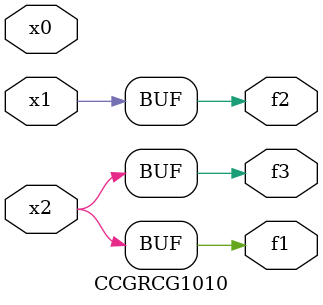
<source format=v>
module CCGRCG1010(
	input x0, x1, x2,
	output f1, f2, f3
);
	assign f1 = x2;
	assign f2 = x1;
	assign f3 = x2;
endmodule

</source>
